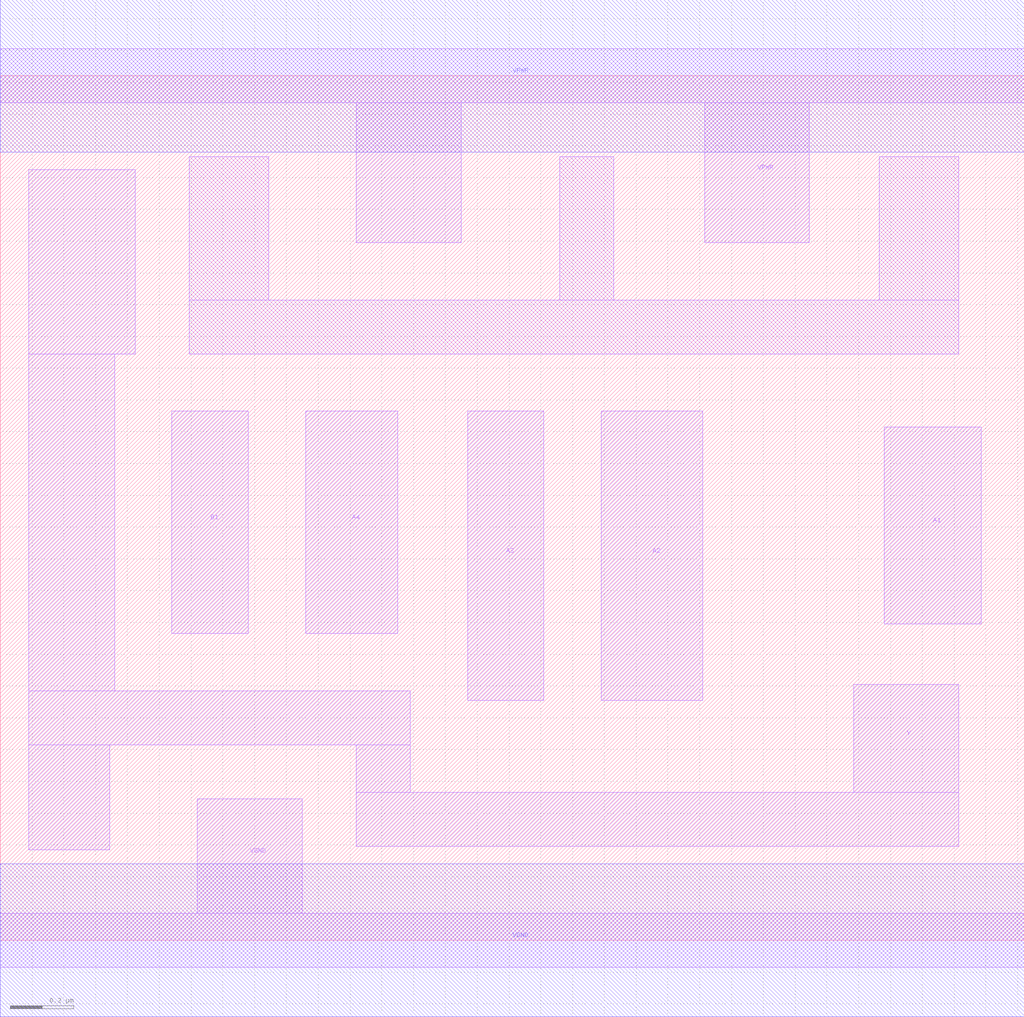
<source format=lef>
# Copyright 2020 The SkyWater PDK Authors
#
# Licensed under the Apache License, Version 2.0 (the "License");
# you may not use this file except in compliance with the License.
# You may obtain a copy of the License at
#
#     https://www.apache.org/licenses/LICENSE-2.0
#
# Unless required by applicable law or agreed to in writing, software
# distributed under the License is distributed on an "AS IS" BASIS,
# WITHOUT WARRANTIES OR CONDITIONS OF ANY KIND, either express or implied.
# See the License for the specific language governing permissions and
# limitations under the License.
#
# SPDX-License-Identifier: Apache-2.0

VERSION 5.5 ;
NAMESCASESENSITIVE ON ;
BUSBITCHARS "[]" ;
DIVIDERCHAR "/" ;
MACRO sky130_fd_sc_hd__a41oi_1
  CLASS CORE ;
  SOURCE USER ;
  ORIGIN  0.000000  0.000000 ;
  SIZE  3.220000 BY  2.720000 ;
  SYMMETRY X Y R90 ;
  SITE unithd ;
  PIN A1
    ANTENNAGATEAREA  0.247500 ;
    DIRECTION INPUT ;
    USE SIGNAL ;
    PORT
      LAYER li1 ;
        RECT 2.780000 0.995000 3.085000 1.615000 ;
    END
  END A1
  PIN A2
    ANTENNAGATEAREA  0.247500 ;
    DIRECTION INPUT ;
    USE SIGNAL ;
    PORT
      LAYER li1 ;
        RECT 1.890000 0.755000 2.210000 1.665000 ;
    END
  END A2
  PIN A3
    ANTENNAGATEAREA  0.247500 ;
    DIRECTION INPUT ;
    USE SIGNAL ;
    PORT
      LAYER li1 ;
        RECT 1.470000 0.755000 1.710000 1.665000 ;
    END
  END A3
  PIN A4
    ANTENNAGATEAREA  0.247500 ;
    DIRECTION INPUT ;
    USE SIGNAL ;
    PORT
      LAYER li1 ;
        RECT 0.960000 0.965000 1.250000 1.665000 ;
    END
  END A4
  PIN B1
    ANTENNAGATEAREA  0.247500 ;
    DIRECTION INPUT ;
    USE SIGNAL ;
    PORT
      LAYER li1 ;
        RECT 0.540000 0.965000 0.780000 1.665000 ;
    END
  END B1
  PIN Y
    ANTENNADIFFAREA  0.669500 ;
    DIRECTION OUTPUT ;
    USE SIGNAL ;
    PORT
      LAYER li1 ;
        RECT 0.090000 0.285000 0.345000 0.615000 ;
        RECT 0.090000 0.615000 1.290000 0.785000 ;
        RECT 0.090000 0.785000 0.360000 1.845000 ;
        RECT 0.090000 1.845000 0.425000 2.425000 ;
        RECT 1.120000 0.295000 3.015000 0.465000 ;
        RECT 1.120000 0.465000 1.290000 0.615000 ;
        RECT 2.685000 0.465000 3.015000 0.805000 ;
    END
  END Y
  PIN VGND
    DIRECTION INOUT ;
    SHAPE ABUTMENT ;
    USE GROUND ;
    PORT
      LAYER li1 ;
        RECT 0.000000 -0.085000 3.220000 0.085000 ;
        RECT 0.620000  0.085000 0.950000 0.445000 ;
    END
    PORT
      LAYER met1 ;
        RECT 0.000000 -0.240000 3.220000 0.240000 ;
    END
  END VGND
  PIN VPWR
    DIRECTION INOUT ;
    SHAPE ABUTMENT ;
    USE POWER ;
    PORT
      LAYER li1 ;
        RECT 0.000000 2.635000 3.220000 2.805000 ;
        RECT 1.120000 2.195000 1.450000 2.635000 ;
        RECT 2.215000 2.195000 2.545000 2.635000 ;
    END
    PORT
      LAYER met1 ;
        RECT 0.000000 2.480000 3.220000 2.960000 ;
    END
  END VPWR
  OBS
    LAYER li1 ;
      RECT 0.595000 1.845000 3.015000 2.015000 ;
      RECT 0.595000 2.015000 0.845000 2.465000 ;
      RECT 1.760000 2.015000 1.930000 2.465000 ;
      RECT 2.765000 2.015000 3.015000 2.465000 ;
  END
END sky130_fd_sc_hd__a41oi_1
END LIBRARY

</source>
